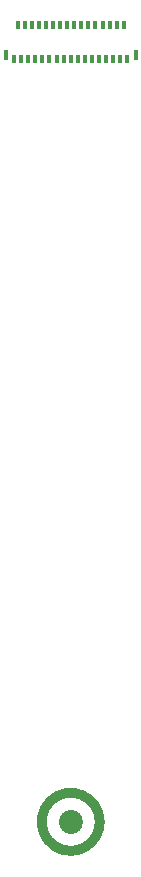
<source format=gbp>
G04*
G04 #@! TF.GenerationSoftware,Altium Limited,Altium Designer,24.5.2 (23)*
G04*
G04 Layer_Color=128*
%FSLAX44Y44*%
%MOMM*%
G71*
G04*
G04 #@! TF.SameCoordinates,DF3C02B5-3F0F-4488-AB2D-F481A5C04937*
G04*
G04*
G04 #@! TF.FilePolarity,Positive*
G04*
G01*
G75*
%ADD14C,0.8800*%
%ADD15C,2.0300*%
%ADD16C,0.2500*%
%ADD17R,0.3000X0.8000*%
%ADD18R,0.3000X0.6500*%
%ADD19R,0.4000X0.9500*%
D14*
X668454Y87463D02*
G03*
X671620Y99540I-21454J12077D01*
G01*
X659078Y78086D02*
G03*
X668454Y87463I-12077J21454D01*
G01*
X647000Y74920D02*
G03*
X659078Y78086I0J24620D01*
G01*
X671620Y99540D02*
G03*
X647000Y74920I-24620J0D01*
G01*
D15*
Y99540D02*
D03*
D16*
Y75240D02*
D03*
D17*
X683000Y745661D02*
D03*
X671000D02*
D03*
X599000D02*
D03*
X605000D02*
D03*
X611000D02*
D03*
X617000D02*
D03*
X623000D02*
D03*
X629000D02*
D03*
X635000D02*
D03*
X641000D02*
D03*
X647000D02*
D03*
X653000D02*
D03*
X659000D02*
D03*
X665000D02*
D03*
X677000D02*
D03*
X689000D02*
D03*
X695000D02*
D03*
D18*
X686000Y774411D02*
D03*
X692000D02*
D03*
X602000D02*
D03*
X608000D02*
D03*
X614000D02*
D03*
X620000D02*
D03*
X626000D02*
D03*
X632000D02*
D03*
X638000D02*
D03*
X644000D02*
D03*
X650000D02*
D03*
X656000D02*
D03*
X662000D02*
D03*
X668000D02*
D03*
X674000D02*
D03*
X680000D02*
D03*
D19*
X592000Y748411D02*
D03*
X702000D02*
D03*
M02*

</source>
